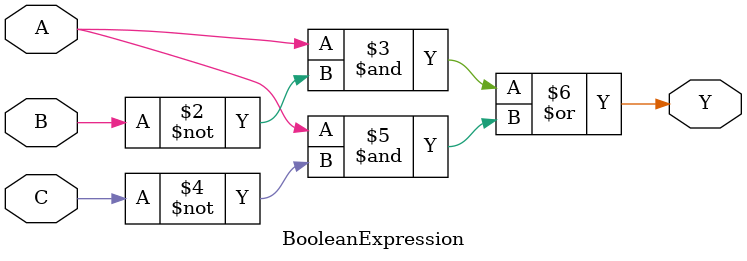
<source format=v>
module BooleanExpression(A,B,C,Y);
input wire A,B,C;
output reg Y;

always @(*)
begin 

Y = (A&(~B)) | (A&(~C));

end
endmodule


</source>
